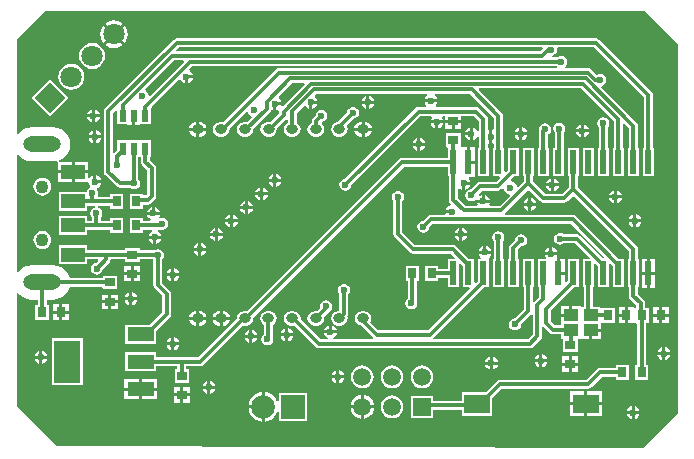
<source format=gtl>
G04*
G04 #@! TF.GenerationSoftware,Altium Limited,Altium Designer,19.1.5 (86)*
G04*
G04 Layer_Physical_Order=1*
G04 Layer_Color=255*
%FSLAX44Y44*%
%MOMM*%
G71*
G01*
G75*
%ADD21R,0.6000X2.0000*%
%ADD27R,2.0000X1.2000*%
%ADD35O,3.2000X1.3000*%
%ADD36C,1.1000*%
%ADD38R,0.8000X0.8500*%
%ADD39R,0.8500X0.8000*%
%ADD40R,0.7000X0.8500*%
%ADD41R,2.1800X1.6000*%
%ADD42R,2.2352X1.2192*%
%ADD43R,2.2000X3.6000*%
%ADD44R,1.2000X1.0000*%
%ADD45R,0.6000X1.0000*%
%ADD46O,1.0000X0.8000*%
%ADD47R,0.8500X0.7000*%
%ADD48C,0.3500*%
%ADD49P,2.5456X4X90.0*%
%ADD50C,1.8000*%
%ADD51C,2.0000*%
%ADD52R,2.0000X2.0000*%
%ADD53C,1.5000*%
%ADD54R,1.5000X1.5000*%
%ADD55C,0.6000*%
G36*
X566000Y348000D02*
Y36000D01*
X536000Y6000D01*
X40000Y8000D01*
X6000Y42000D01*
X6000D01*
Y137137D01*
X7270Y137569D01*
X8529Y135928D01*
X11558Y133604D01*
X15085Y132143D01*
X18870Y131645D01*
X23892D01*
Y127200D01*
X21560D01*
Y114700D01*
X33560D01*
Y127200D01*
X31538D01*
Y131645D01*
X36870D01*
X40655Y132143D01*
X44183Y133604D01*
X47211Y135928D01*
X49536Y138957D01*
X50994Y142479D01*
X77941Y142517D01*
X78840Y141619D01*
Y140850D01*
X91340D01*
Y151850D01*
X78840D01*
Y150165D01*
X50968Y150126D01*
X49536Y153582D01*
X47211Y156611D01*
X44183Y158936D01*
X40655Y160397D01*
X36870Y160895D01*
X18870D01*
X15085Y160397D01*
X11558Y158936D01*
X8529Y156611D01*
X7270Y154971D01*
X6000Y155402D01*
Y254137D01*
X7270Y254569D01*
X8529Y252929D01*
X11558Y250604D01*
X15085Y249143D01*
X18870Y248645D01*
X36870D01*
X39358Y248972D01*
X40538Y248963D01*
X41318Y248067D01*
X41330Y248048D01*
X41330Y247334D01*
Y241040D01*
X52600D01*
Y248310D01*
X42491Y248310D01*
X42363D01*
X41958Y248334D01*
X41710Y249580D01*
X44183Y250604D01*
X47211Y252929D01*
X49536Y255958D01*
X50997Y259485D01*
X51495Y263270D01*
X50997Y267055D01*
X49536Y270583D01*
X47211Y273612D01*
X44183Y275936D01*
X40655Y277397D01*
X36870Y277895D01*
X18870D01*
X15085Y277397D01*
X11558Y275936D01*
X8529Y273612D01*
X7270Y271971D01*
X6000Y272402D01*
Y352000D01*
X30000Y376000D01*
X538000D01*
X566000Y348000D01*
D02*
G37*
%LPC*%
G36*
X88385Y368024D02*
X85372Y367628D01*
X82565Y366465D01*
X81171Y365395D01*
X88385Y358181D01*
X95599Y365395D01*
X94205Y366465D01*
X91397Y367628D01*
X88385Y368024D01*
D02*
G37*
G36*
X97395Y363599D02*
X90181Y356385D01*
X97395Y349171D01*
X98465Y350565D01*
X99628Y353372D01*
X100024Y356385D01*
X99628Y359397D01*
X98465Y362205D01*
X97395Y363599D01*
D02*
G37*
G36*
X79375Y363599D02*
X78305Y362205D01*
X77142Y359397D01*
X76745Y356385D01*
X77142Y353372D01*
X78305Y350565D01*
X79375Y349171D01*
X86589Y356385D01*
X79375Y363599D01*
D02*
G37*
G36*
X88385Y354589D02*
X81171Y347375D01*
X82565Y346305D01*
X85372Y345142D01*
X88385Y344745D01*
X91397Y345142D01*
X94205Y346305D01*
X95599Y347375D01*
X88385Y354589D01*
D02*
G37*
G36*
X70000Y349095D02*
X67128Y348717D01*
X64453Y347608D01*
X62155Y345845D01*
X60392Y343547D01*
X59283Y340872D01*
X58905Y338000D01*
X59283Y335128D01*
X60392Y332453D01*
X62155Y330155D01*
X64453Y328391D01*
X67128Y327283D01*
X70000Y326905D01*
X72872Y327283D01*
X75547Y328391D01*
X77845Y330155D01*
X79608Y332453D01*
X80717Y335128D01*
X81095Y338000D01*
X80717Y340872D01*
X79608Y343547D01*
X77845Y345845D01*
X75547Y347608D01*
X72872Y348717D01*
X70000Y349095D01*
D02*
G37*
G36*
X155256Y319070D02*
X151130D01*
Y314944D01*
X152022Y315121D01*
X153854Y316346D01*
X155079Y318178D01*
X155256Y319070D01*
D02*
G37*
G36*
X52322Y331417D02*
X49451Y331039D01*
X46775Y329931D01*
X44477Y328168D01*
X42714Y325870D01*
X41606Y323194D01*
X41227Y320322D01*
X41606Y317451D01*
X42714Y314775D01*
X44477Y312477D01*
X46775Y310714D01*
X49451Y309606D01*
X52322Y309227D01*
X55194Y309606D01*
X57870Y310714D01*
X60168Y312477D01*
X61931Y314775D01*
X63039Y317451D01*
X63417Y320322D01*
X63039Y323194D01*
X61931Y325870D01*
X60168Y328168D01*
X57870Y329931D01*
X55194Y331039D01*
X52322Y331417D01*
D02*
G37*
G36*
X304800Y304146D02*
Y300020D01*
X308926D01*
X308749Y300912D01*
X307524Y302744D01*
X305692Y303969D01*
X304800Y304146D01*
D02*
G37*
G36*
X302260D02*
X301368Y303969D01*
X299536Y302744D01*
X298311Y300912D01*
X298134Y300020D01*
X302260D01*
Y304146D01*
D02*
G37*
G36*
X308926Y297480D02*
X304800D01*
Y293354D01*
X305692Y293531D01*
X307524Y294756D01*
X308749Y296588D01*
X308926Y297480D01*
D02*
G37*
G36*
X302260D02*
X298134D01*
X298311Y296588D01*
X299536Y294756D01*
X301368Y293531D01*
X302260Y293354D01*
Y297480D01*
D02*
G37*
G36*
X260666D02*
X256540D01*
Y293354D01*
X257432Y293531D01*
X259264Y294756D01*
X260489Y296588D01*
X260666Y297480D01*
D02*
G37*
G36*
X72390Y292716D02*
Y288590D01*
X76516D01*
X76339Y289482D01*
X75114Y291314D01*
X73282Y292539D01*
X72390Y292716D01*
D02*
G37*
G36*
X69850D02*
X68958Y292539D01*
X67126Y291314D01*
X65901Y289482D01*
X65724Y288590D01*
X69850D01*
Y292716D01*
D02*
G37*
G36*
X34645Y318201D02*
X19088Y302645D01*
X34645Y287088D01*
X50201Y302645D01*
X34645Y318201D01*
D02*
G37*
G36*
X76516Y286050D02*
X72390D01*
Y281924D01*
X73282Y282101D01*
X75114Y283326D01*
X76339Y285158D01*
X76516Y286050D01*
D02*
G37*
G36*
X69850D02*
X65724D01*
X65901Y285158D01*
X67126Y283326D01*
X68958Y282101D01*
X69850Y281924D01*
Y286050D01*
D02*
G37*
G36*
X300660Y282451D02*
Y277160D01*
X306819D01*
X306762Y277597D01*
X306103Y279188D01*
X305054Y280554D01*
X303688Y281603D01*
X302097Y282262D01*
X300660Y282451D01*
D02*
G37*
G36*
X160660D02*
Y277160D01*
X166819D01*
X166762Y277597D01*
X166103Y279188D01*
X165054Y280554D01*
X163688Y281603D01*
X162097Y282262D01*
X160660Y282451D01*
D02*
G37*
G36*
X298120D02*
X296683Y282262D01*
X295092Y281603D01*
X293726Y280554D01*
X292677Y279188D01*
X292018Y277597D01*
X291961Y277160D01*
X298120D01*
Y282451D01*
D02*
G37*
G36*
X158120D02*
X156683Y282262D01*
X155092Y281603D01*
X153726Y280554D01*
X152677Y279188D01*
X152018Y277597D01*
X151961Y277160D01*
X158120D01*
Y282451D01*
D02*
G37*
G36*
X367346Y280970D02*
X363220D01*
Y276844D01*
X364112Y277021D01*
X365944Y278246D01*
X367169Y280078D01*
X367346Y280970D01*
D02*
G37*
G36*
X360680D02*
X356554D01*
X356731Y280078D01*
X357956Y278246D01*
X359788Y277021D01*
X360680Y276844D01*
Y280970D01*
D02*
G37*
G36*
X382710Y281350D02*
X377190D01*
Y276080D01*
X382710D01*
Y281350D01*
D02*
G37*
G36*
X374650D02*
X369130D01*
Y276080D01*
X374650D01*
Y281350D01*
D02*
G37*
G36*
X486410Y280016D02*
Y275890D01*
X490536D01*
X490359Y276782D01*
X489134Y278614D01*
X487302Y279839D01*
X486410Y280016D01*
D02*
G37*
G36*
X483870D02*
X482978Y279839D01*
X481146Y278614D01*
X479921Y276782D01*
X479744Y275890D01*
X483870D01*
Y280016D01*
D02*
G37*
G36*
X362266Y298750D02*
X351474D01*
X351651Y297858D01*
X352876Y296026D01*
X352969Y295963D01*
X352584Y294694D01*
X346450D01*
X344987Y294402D01*
X343746Y293574D01*
X284094Y233921D01*
X282529Y233610D01*
X280875Y232505D01*
X279770Y230851D01*
X279382Y228900D01*
X279770Y226949D01*
X280875Y225295D01*
X282529Y224190D01*
X284480Y223802D01*
X286431Y224190D01*
X288085Y225295D01*
X289190Y226949D01*
X289501Y228514D01*
X348034Y287047D01*
X357060D01*
X357650Y285777D01*
X356731Y284402D01*
X356554Y283510D01*
X367346D01*
X367169Y284402D01*
X366250Y285777D01*
X366840Y287047D01*
X369130D01*
Y283890D01*
X375920D01*
X382710D01*
Y287047D01*
X393646D01*
X397497Y283196D01*
Y274680D01*
X397324Y274613D01*
X396227Y274469D01*
X395154Y276074D01*
X393322Y277299D01*
X392430Y277476D01*
Y272080D01*
Y266684D01*
X393322Y266861D01*
X395154Y268086D01*
X396227Y269691D01*
X397324Y269547D01*
X397497Y269480D01*
Y259960D01*
X396320D01*
Y235960D01*
X406320D01*
Y259960D01*
X405143D01*
Y263154D01*
X406400Y264131D01*
Y269540D01*
Y274949D01*
X405143Y275926D01*
Y284780D01*
X404852Y286243D01*
X404024Y287484D01*
X397934Y293574D01*
X396693Y294402D01*
X395230Y294694D01*
X361156D01*
X360771Y295963D01*
X360864Y296026D01*
X362089Y297858D01*
X362266Y298750D01*
D02*
G37*
G36*
X434340Y277476D02*
Y273350D01*
X438466D01*
X438289Y274242D01*
X437064Y276074D01*
X435232Y277299D01*
X434340Y277476D01*
D02*
G37*
G36*
X431800D02*
X430908Y277299D01*
X429076Y276074D01*
X427851Y274242D01*
X427674Y273350D01*
X431800D01*
Y277476D01*
D02*
G37*
G36*
X389890D02*
X388998Y277299D01*
X387166Y276074D01*
X385941Y274242D01*
X385764Y273350D01*
X389890D01*
Y277476D01*
D02*
G37*
G36*
X73660Y274936D02*
Y270810D01*
X77786D01*
X77609Y271702D01*
X76384Y273534D01*
X74552Y274759D01*
X73660Y274936D01*
D02*
G37*
G36*
X71120D02*
X70228Y274759D01*
X68396Y273534D01*
X67171Y271702D01*
X66994Y270810D01*
X71120D01*
Y274936D01*
D02*
G37*
G36*
X290830Y294958D02*
X288879Y294570D01*
X287225Y293465D01*
X286120Y291811D01*
X285809Y290246D01*
X278069Y282506D01*
X277636Y281857D01*
X276049Y281542D01*
X274064Y280216D01*
X272738Y278231D01*
X272272Y275890D01*
X272738Y273549D01*
X274064Y271564D01*
X276049Y270238D01*
X278390Y269772D01*
X280390D01*
X282731Y270238D01*
X284716Y271564D01*
X286042Y273549D01*
X286508Y275890D01*
X286042Y278231D01*
X285468Y279090D01*
X291216Y284839D01*
X292781Y285150D01*
X294435Y286255D01*
X295540Y287909D01*
X295928Y289860D01*
X295540Y291811D01*
X294435Y293465D01*
X292781Y294570D01*
X290830Y294958D01*
D02*
G37*
G36*
X264160Y292418D02*
X262209Y292030D01*
X260555Y290925D01*
X259450Y289271D01*
X259139Y287706D01*
X257166Y285734D01*
X256338Y284493D01*
X256047Y283030D01*
Y281540D01*
X254064Y280216D01*
X252738Y278231D01*
X252272Y275890D01*
X252738Y273549D01*
X254064Y271564D01*
X256049Y270238D01*
X258390Y269772D01*
X260390D01*
X262731Y270238D01*
X264716Y271564D01*
X266042Y273549D01*
X266507Y275890D01*
X266042Y278231D01*
X264716Y280216D01*
X264361Y280453D01*
X264235Y281987D01*
X264546Y282299D01*
X266111Y282610D01*
X267765Y283715D01*
X268870Y285369D01*
X269258Y287320D01*
X268870Y289271D01*
X267765Y290925D01*
X266111Y292030D01*
X264160Y292418D01*
D02*
G37*
G36*
X306819Y274620D02*
X300660D01*
Y269329D01*
X302097Y269518D01*
X303688Y270177D01*
X305054Y271226D01*
X306103Y272592D01*
X306762Y274183D01*
X306819Y274620D01*
D02*
G37*
G36*
X166819D02*
X160660D01*
Y269329D01*
X162097Y269518D01*
X163688Y270177D01*
X165054Y271226D01*
X166103Y272592D01*
X166762Y274183D01*
X166819Y274620D01*
D02*
G37*
G36*
X298120D02*
X291961D01*
X292018Y274183D01*
X292677Y272592D01*
X293726Y271226D01*
X295092Y270177D01*
X296683Y269518D01*
X298120Y269329D01*
Y274620D01*
D02*
G37*
G36*
X158120D02*
X151961D01*
X152018Y274183D01*
X152677Y272592D01*
X153726Y271226D01*
X155092Y270177D01*
X156683Y269518D01*
X158120Y269329D01*
Y274620D01*
D02*
G37*
G36*
X490536Y273350D02*
X486410D01*
Y269224D01*
X487302Y269401D01*
X489134Y270626D01*
X490359Y272458D01*
X490536Y273350D01*
D02*
G37*
G36*
X483870D02*
X479744D01*
X479921Y272458D01*
X481146Y270626D01*
X482978Y269401D01*
X483870Y269224D01*
Y273350D01*
D02*
G37*
G36*
X438466Y270810D02*
X434340D01*
Y266684D01*
X435232Y266861D01*
X437064Y268086D01*
X438289Y269918D01*
X438466Y270810D01*
D02*
G37*
G36*
X431800D02*
X427674D01*
X427851Y269918D01*
X429076Y268086D01*
X430908Y266861D01*
X431800Y266684D01*
Y270810D01*
D02*
G37*
G36*
X389890D02*
X385764D01*
X385941Y269918D01*
X387166Y268086D01*
X388998Y266861D01*
X389890Y266684D01*
Y270810D01*
D02*
G37*
G36*
X347980Y268586D02*
Y264460D01*
X352106D01*
X351929Y265352D01*
X350704Y267184D01*
X348872Y268409D01*
X347980Y268586D01*
D02*
G37*
G36*
X345440D02*
X344548Y268409D01*
X342716Y267184D01*
X341491Y265352D01*
X341314Y264460D01*
X345440D01*
Y268586D01*
D02*
G37*
G36*
X77786Y268270D02*
X73660D01*
Y264144D01*
X74552Y264321D01*
X76384Y265546D01*
X77609Y267378D01*
X77786Y268270D01*
D02*
G37*
G36*
X71120D02*
X66994D01*
X67171Y267378D01*
X68396Y265546D01*
X70228Y264321D01*
X71120Y264144D01*
Y268270D01*
D02*
G37*
G36*
X352106Y261920D02*
X347980D01*
Y257794D01*
X348872Y257971D01*
X350704Y259196D01*
X351929Y261028D01*
X352106Y261920D01*
D02*
G37*
G36*
X345440D02*
X341314D01*
X341491Y261028D01*
X342716Y259196D01*
X344548Y257971D01*
X345440Y257794D01*
Y261920D01*
D02*
G37*
G36*
X389890Y260500D02*
Y249230D01*
X394160D01*
Y260500D01*
X389890D01*
D02*
G37*
G36*
X55140Y248310D02*
Y241040D01*
X66410D01*
Y248310D01*
X55140D01*
D02*
G37*
G36*
X496671Y353023D02*
X141997D01*
X140534Y352732D01*
X139294Y351904D01*
X81116Y293726D01*
X80288Y292486D01*
X79997Y291023D01*
Y239760D01*
X80288Y238297D01*
X81116Y237056D01*
X90706Y227466D01*
X91947Y226638D01*
X93410Y226347D01*
X102132D01*
X103459Y225460D01*
X105410Y225072D01*
X107361Y225460D01*
X109015Y226565D01*
X110120Y228219D01*
X110508Y230170D01*
X110120Y232121D01*
X109233Y233448D01*
Y252600D01*
X111087D01*
Y248610D01*
X111378Y247147D01*
X112206Y245906D01*
X116827Y241286D01*
Y221118D01*
X115552Y219843D01*
X112810D01*
Y221020D01*
X101810D01*
Y208520D01*
X112810D01*
Y212197D01*
X117135D01*
X118598Y212488D01*
X119839Y213316D01*
X123354Y216831D01*
X124182Y218071D01*
X124473Y219535D01*
Y242870D01*
X124182Y244333D01*
X123354Y245574D01*
X118733Y250194D01*
Y252600D01*
X119910D01*
Y266600D01*
X90910D01*
Y258007D01*
X88913Y256011D01*
X88204Y256150D01*
X87643Y256484D01*
Y289439D01*
X89737Y291532D01*
X90910Y291046D01*
Y280100D01*
X99870D01*
Y279560D01*
X104140D01*
Y287100D01*
X106680D01*
Y279560D01*
X110950D01*
Y280100D01*
X119910D01*
Y294100D01*
X119910Y294100D01*
X119910D01*
X120513Y295106D01*
X143468Y318061D01*
X144938Y317735D01*
X145866Y316346D01*
X147698Y315121D01*
X148590Y314944D01*
Y320340D01*
X149860D01*
Y321610D01*
X155256D01*
X155079Y322502D01*
X153854Y324334D01*
X152465Y325262D01*
X152139Y326732D01*
X154624Y329217D01*
X463211D01*
X463406Y328963D01*
X462781Y327693D01*
X228370D01*
X226907Y327402D01*
X225666Y326574D01*
X180982Y281890D01*
X180390Y282008D01*
X178390D01*
X176049Y281542D01*
X174064Y280216D01*
X172738Y278231D01*
X172272Y275890D01*
X172738Y273549D01*
X174064Y271564D01*
X176049Y270238D01*
X178390Y269772D01*
X180390D01*
X182731Y270238D01*
X184716Y271564D01*
X186042Y273549D01*
X186508Y275890D01*
X186390Y276483D01*
X200566Y290659D01*
X201609Y290342D01*
X201852Y290148D01*
X203016Y288406D01*
X204627Y287330D01*
X205040Y285947D01*
X200982Y281890D01*
X200390Y282008D01*
X198390D01*
X196049Y281542D01*
X194064Y280216D01*
X192738Y278231D01*
X192272Y275890D01*
X192738Y273549D01*
X194064Y271564D01*
X196049Y270238D01*
X198390Y269772D01*
X200390D01*
X202731Y270238D01*
X204716Y271564D01*
X206042Y273549D01*
X206507Y275890D01*
X206390Y276483D01*
X220415Y290508D01*
X221244Y291749D01*
X221812Y292120D01*
X222294Y292319D01*
X222641Y292259D01*
X223520Y292084D01*
Y297480D01*
X224790D01*
Y298750D01*
X230186D01*
X230009Y299642D01*
X228784Y301474D01*
X228016Y301988D01*
X227854Y303623D01*
X239528Y315296D01*
X249547D01*
X250033Y314123D01*
X231322Y295412D01*
X230152Y296038D01*
X230186Y296210D01*
X226060D01*
Y292084D01*
X226952Y292261D01*
X227364Y292537D01*
X228505Y291772D01*
X228317Y290823D01*
Y289224D01*
X220982Y281890D01*
X220390Y282008D01*
X218390D01*
X216049Y281542D01*
X214064Y280216D01*
X212738Y278231D01*
X212272Y275890D01*
X212738Y273549D01*
X214064Y271564D01*
X216049Y270238D01*
X218390Y269772D01*
X220390D01*
X222731Y270238D01*
X224716Y271564D01*
X226042Y273549D01*
X226507Y275890D01*
X226390Y276483D01*
X234297Y284389D01*
X235567Y283863D01*
Y281220D01*
X234064Y280216D01*
X232738Y278231D01*
X232272Y275890D01*
X232738Y273549D01*
X234064Y271564D01*
X236049Y270238D01*
X238390Y269772D01*
X240390D01*
X242731Y270238D01*
X244716Y271564D01*
X246042Y273549D01*
X246507Y275890D01*
X246042Y278231D01*
X244716Y280216D01*
X243213Y281220D01*
Y289772D01*
X249127Y295686D01*
X250762Y295524D01*
X251276Y294756D01*
X253108Y293531D01*
X254000Y293354D01*
Y298750D01*
X255270D01*
Y300020D01*
X260666D01*
X260489Y300912D01*
X259264Y302744D01*
X258496Y303258D01*
X258335Y304893D01*
X259238Y305797D01*
X353257D01*
X353643Y304527D01*
X352876Y304014D01*
X351651Y302182D01*
X351474Y301290D01*
X362266D01*
X362089Y302182D01*
X360864Y304014D01*
X360097Y304527D01*
X360482Y305797D01*
X390136D01*
X410197Y285736D01*
Y275926D01*
X408940Y274949D01*
Y269540D01*
Y264131D01*
X410197Y263154D01*
Y259960D01*
X409020D01*
Y235960D01*
X414654D01*
X415140Y234787D01*
X411806Y231453D01*
X398780D01*
X397317Y231162D01*
X396076Y230334D01*
X390774Y225031D01*
X389209Y224720D01*
X387555Y223615D01*
X386450Y221961D01*
X386062Y220010D01*
X386450Y218059D01*
X387555Y216405D01*
X389209Y215300D01*
X391160Y214912D01*
X393111Y215300D01*
X394655Y216332D01*
X395071Y216204D01*
X395077Y216200D01*
X400050D01*
Y220326D01*
X399158Y220149D01*
X398438Y219667D01*
X397042Y220262D01*
X397008Y220451D01*
X400364Y223807D01*
X413390D01*
X414853Y224098D01*
X416094Y224926D01*
X417287Y226120D01*
X418663Y225700D01*
X418961Y224198D01*
X420186Y222366D01*
X422018Y221141D01*
X422994Y220947D01*
X423412Y219569D01*
X414976Y211133D01*
X406793D01*
X406194Y212253D01*
X406539Y212768D01*
X406716Y213660D01*
X395924D01*
X396101Y212768D01*
X396446Y212253D01*
X395847Y211133D01*
X386394D01*
X379743Y217784D01*
Y225669D01*
X381013Y226044D01*
X382648Y224951D01*
X383540Y224774D01*
Y230170D01*
X384810D01*
Y231440D01*
X390206D01*
X390029Y232332D01*
X388804Y234164D01*
X389211Y235420D01*
X394160D01*
Y246690D01*
X388620D01*
Y247960D01*
X387350D01*
Y260500D01*
X384040D01*
X383506Y260500D01*
X383405Y260504D01*
X383235Y260515D01*
X383044Y260534D01*
X382199Y261341D01*
X382172Y261794D01*
X382170Y261853D01*
Y272620D01*
X369670D01*
Y260620D01*
X369923D01*
X370920Y259960D01*
Y251783D01*
X332460D01*
X330997Y251492D01*
X329756Y250664D01*
X200982Y121890D01*
X200390Y122008D01*
X198390D01*
X196049Y121542D01*
X194064Y120216D01*
X192738Y118231D01*
X192272Y115890D01*
X192390Y115297D01*
X159956Y82863D01*
X124174D01*
Y87136D01*
X97822D01*
Y70944D01*
X124174D01*
Y75217D01*
X142227D01*
Y73100D01*
X139800D01*
Y61100D01*
X152300D01*
Y73100D01*
X149873D01*
Y75217D01*
X161540D01*
X163003Y75508D01*
X164244Y76336D01*
X197798Y109890D01*
X198390Y109772D01*
X200390D01*
X202731Y110238D01*
X204716Y111564D01*
X206042Y113549D01*
X206507Y115890D01*
X206390Y116482D01*
X334044Y244137D01*
X370920D01*
Y235960D01*
X372097D01*
Y216200D01*
X372388Y214737D01*
X373216Y213496D01*
X373882Y212831D01*
X373464Y211453D01*
X372488Y211259D01*
X370656Y210034D01*
X369431Y208202D01*
X369254Y207310D01*
X374650D01*
Y204770D01*
X369241D01*
X368264Y203513D01*
X356870D01*
X355407Y203222D01*
X354166Y202394D01*
X350134Y198361D01*
X348569Y198050D01*
X346915Y196945D01*
X345810Y195291D01*
X345422Y193340D01*
X345810Y191389D01*
X346915Y189735D01*
X348569Y188630D01*
X350520Y188242D01*
X352471Y188630D01*
X354125Y189735D01*
X355230Y191389D01*
X355541Y192954D01*
X358454Y195867D01*
X475306D01*
X503008Y168165D01*
X502590Y166787D01*
X502515Y166772D01*
X483404Y185884D01*
X482163Y186712D01*
X480700Y187003D01*
X469368D01*
X468041Y187890D01*
X466090Y188278D01*
X464139Y187890D01*
X462485Y186785D01*
X461380Y185131D01*
X460992Y183180D01*
X461380Y181229D01*
X462485Y179575D01*
X464139Y178470D01*
X466090Y178082D01*
X468041Y178470D01*
X469368Y179357D01*
X479116D01*
X491339Y167133D01*
X490854Y165960D01*
X485220D01*
Y141960D01*
X486397D01*
Y125560D01*
X484956D01*
X483910Y126100D01*
X483910Y126100D01*
X483910Y126100D01*
X476640D01*
Y118560D01*
X475370D01*
Y117290D01*
X466830D01*
Y111020D01*
X465911Y110173D01*
X461954D01*
X458483Y113644D01*
Y122516D01*
X477927Y141960D01*
X482520D01*
Y165960D01*
X472520D01*
Y147367D01*
X471533Y146381D01*
X470360Y146867D01*
Y152690D01*
X464820D01*
Y153960D01*
X463550D01*
Y167006D01*
X463222Y167620D01*
X463689Y168318D01*
X463866Y169210D01*
X453074D01*
X453251Y168318D01*
X453979Y167230D01*
X453300Y165960D01*
X447120D01*
Y141960D01*
X448297D01*
Y133397D01*
X444513Y129614D01*
X443804Y129754D01*
X443243Y130087D01*
Y141960D01*
X444420D01*
Y165960D01*
X434420D01*
Y141960D01*
X435597D01*
Y123804D01*
X427604Y115811D01*
X426039Y115500D01*
X424385Y114395D01*
X423280Y112741D01*
X422892Y110790D01*
X423280Y108839D01*
X424385Y107185D01*
X426039Y106080D01*
X427990Y105692D01*
X429941Y106080D01*
X431595Y107185D01*
X432700Y108839D01*
X433011Y110404D01*
X441947Y119339D01*
X442656Y119199D01*
X443217Y118866D01*
Y102214D01*
X438976Y97973D01*
X359419D01*
X359021Y99042D01*
X359011Y99243D01*
X401727Y141960D01*
X406320D01*
Y165960D01*
X406182D01*
X405797Y167230D01*
X406584Y167756D01*
X407809Y169588D01*
X407986Y170480D01*
X397194D01*
X397371Y169588D01*
X398596Y167756D01*
X399383Y167230D01*
X398998Y165960D01*
X396320D01*
Y147367D01*
X394793Y145840D01*
X393620Y146327D01*
Y165960D01*
X389027D01*
X377994Y176994D01*
X376753Y177822D01*
X375290Y178113D01*
X343214D01*
X332753Y188574D01*
Y215462D01*
X333640Y216789D01*
X334028Y218740D01*
X333640Y220691D01*
X332535Y222345D01*
X330881Y223450D01*
X328930Y223838D01*
X326979Y223450D01*
X325325Y222345D01*
X324220Y220691D01*
X323832Y218740D01*
X324220Y216789D01*
X325107Y215462D01*
Y186990D01*
X325398Y185527D01*
X326226Y184286D01*
X338926Y171586D01*
X340167Y170758D01*
X341630Y170467D01*
X373706D01*
X377039Y167133D01*
X376553Y165960D01*
X370920D01*
Y157793D01*
X363000D01*
Y160220D01*
X352000D01*
Y147720D01*
X363000D01*
Y150147D01*
X370920D01*
Y141960D01*
X380920D01*
Y161593D01*
X382093Y162080D01*
X383620Y160553D01*
Y141960D01*
X389254D01*
X389739Y140787D01*
X354676Y105723D01*
X312438D01*
X305469Y112692D01*
X306042Y113549D01*
X306507Y115890D01*
X306042Y118231D01*
X304716Y120216D01*
X302731Y121542D01*
X300390Y122008D01*
X298390D01*
X296049Y121542D01*
X294064Y120216D01*
X292738Y118231D01*
X292272Y115890D01*
X292738Y113549D01*
X294064Y111564D01*
X296049Y110238D01*
X297373Y109975D01*
X308104Y99243D01*
X308094Y99042D01*
X307696Y97973D01*
X274177D01*
X273942Y99221D01*
X275774Y100446D01*
X276999Y102278D01*
X277176Y103170D01*
X266384D01*
X266561Y102278D01*
X267786Y100446D01*
X269618Y99221D01*
X269383Y97973D01*
X263714D01*
X246390Y115297D01*
X246507Y115890D01*
X246042Y118231D01*
X244716Y120216D01*
X242731Y121542D01*
X240390Y122008D01*
X238390D01*
X236049Y121542D01*
X234064Y120216D01*
X232738Y118231D01*
X232272Y115890D01*
X232738Y113549D01*
X234064Y111564D01*
X236049Y110238D01*
X238390Y109772D01*
X240390D01*
X240982Y109890D01*
X259426Y91446D01*
X260667Y90618D01*
X262130Y90326D01*
X440560D01*
X442023Y90618D01*
X443264Y91446D01*
X449744Y97926D01*
X450572Y99167D01*
X450863Y100630D01*
Y108706D01*
X451424Y109039D01*
X452133Y109179D01*
X457666Y103646D01*
X458907Y102818D01*
X460370Y102527D01*
X467370D01*
Y98560D01*
X468730D01*
Y87010D01*
X481230D01*
Y98560D01*
X482784D01*
X483830Y98020D01*
X483830Y98020D01*
X483830Y98020D01*
X491100D01*
Y105560D01*
X492370D01*
Y106830D01*
X500910D01*
Y112160D01*
X512350D01*
Y124660D01*
X500370D01*
Y125560D01*
X494043D01*
Y141960D01*
X495220D01*
Y161593D01*
X496393Y162080D01*
X497920Y160553D01*
Y141960D01*
X507920D01*
Y161593D01*
X509093Y162080D01*
X510620Y160553D01*
Y141960D01*
X520620D01*
Y165960D01*
X516027D01*
X479594Y202394D01*
X478353Y203222D01*
X476890Y203513D01*
X419914D01*
X419580Y204074D01*
X419441Y204783D01*
X439420Y224763D01*
X449416Y214766D01*
X450657Y213938D01*
X452120Y213647D01*
X469900D01*
X471363Y213938D01*
X472604Y214766D01*
X477520Y219683D01*
X524497Y172706D01*
Y165960D01*
X523320D01*
Y141960D01*
X524497D01*
Y134920D01*
X524788Y133457D01*
X525616Y132216D01*
X530737Y127096D01*
Y125531D01*
X529467Y124902D01*
X528890Y125200D01*
X528514Y125200D01*
X523620D01*
Y118410D01*
Y111620D01*
X528514D01*
X528890Y111620D01*
X529936Y112160D01*
X530709Y112160D01*
X531607Y111262D01*
Y76400D01*
X529800D01*
Y63900D01*
X540800D01*
Y76400D01*
X539253D01*
Y112160D01*
X541560D01*
Y124660D01*
X538383D01*
Y128680D01*
X538092Y130143D01*
X537263Y131384D01*
X532143Y136504D01*
Y141960D01*
X533320D01*
Y165960D01*
X532143D01*
Y174290D01*
X531852Y175753D01*
X531024Y176994D01*
X481343Y226674D01*
Y235960D01*
X482520D01*
Y259960D01*
X472520D01*
Y235960D01*
X473697D01*
Y226674D01*
X468316Y221293D01*
X453704D01*
X443243Y231754D01*
Y235960D01*
X444420D01*
Y259960D01*
X434420D01*
Y235960D01*
X435597D01*
Y231754D01*
X430971Y227128D01*
X429593Y227546D01*
X429399Y228522D01*
X428174Y230354D01*
X426342Y231579D01*
X424840Y231877D01*
X424420Y233253D01*
X427127Y235960D01*
X431720D01*
Y259960D01*
X421720D01*
Y241367D01*
X420193Y239841D01*
X419020Y240326D01*
Y259960D01*
X417843D01*
Y287320D01*
X417552Y288783D01*
X416724Y290024D01*
X397374Y309373D01*
X397860Y310546D01*
X484271D01*
X511797Y283021D01*
Y259960D01*
X510620D01*
Y235960D01*
X520620D01*
Y259960D01*
X519443D01*
Y280433D01*
X520617Y280919D01*
X524497Y277039D01*
Y259960D01*
X523320D01*
Y235960D01*
X533320D01*
Y259960D01*
X532143D01*
Y278622D01*
X531852Y280086D01*
X531024Y281326D01*
X500849Y311500D01*
X501267Y312878D01*
X502331Y313090D01*
X503985Y314195D01*
X505090Y315849D01*
X505478Y317800D01*
X505090Y319751D01*
X503985Y321405D01*
X502331Y322510D01*
X500380Y322898D01*
X498429Y322510D01*
X497307Y321760D01*
X492494Y326574D01*
X491253Y327402D01*
X489790Y327693D01*
X470644D01*
X470259Y328963D01*
X470965Y329435D01*
X472070Y331089D01*
X472458Y333040D01*
X472070Y334991D01*
X470965Y336645D01*
X469311Y337750D01*
X467360Y338138D01*
X465409Y337750D01*
X464082Y336863D01*
X459463D01*
X459337Y336980D01*
X459724Y338351D01*
X460421Y338490D01*
X462075Y339595D01*
X463180Y341249D01*
X463568Y343200D01*
X463388Y344107D01*
X464430Y345377D01*
X495087D01*
X537197Y303267D01*
Y259960D01*
X536020D01*
Y235960D01*
X546020D01*
Y259960D01*
X544843D01*
Y304851D01*
X544552Y306314D01*
X543724Y307554D01*
X499374Y351904D01*
X498134Y352732D01*
X496671Y353023D01*
D02*
G37*
G36*
X502920Y286068D02*
X500969Y285680D01*
X499315Y284575D01*
X498210Y282921D01*
X497822Y280970D01*
X498210Y279019D01*
X499097Y277692D01*
Y259960D01*
X497920D01*
Y235960D01*
X507920D01*
Y259960D01*
X506743D01*
Y277692D01*
X507630Y279019D01*
X508018Y280970D01*
X507630Y282921D01*
X506525Y284575D01*
X504871Y285680D01*
X502920Y286068D01*
D02*
G37*
G36*
X495220Y259960D02*
X485220D01*
Y235960D01*
X495220D01*
Y259960D01*
D02*
G37*
G36*
X465455Y281623D02*
X463504Y281235D01*
X461850Y280130D01*
X460745Y278476D01*
X460357Y276525D01*
X460745Y274574D01*
X461632Y273247D01*
Y259960D01*
X459820D01*
Y249700D01*
X459727Y249230D01*
X459820Y248760D01*
Y235960D01*
X469820D01*
Y259960D01*
X469278D01*
Y273247D01*
X470165Y274574D01*
X470553Y276525D01*
X470165Y278476D01*
X469060Y280130D01*
X467406Y281235D01*
X465455Y281623D01*
D02*
G37*
G36*
X453390Y280988D02*
X451439Y280600D01*
X449785Y279495D01*
X448680Y277841D01*
X448292Y275890D01*
X448421Y275244D01*
X448297Y274620D01*
Y259960D01*
X447120D01*
Y235960D01*
X457120D01*
Y259960D01*
X455943D01*
Y271583D01*
X456995Y272285D01*
X458100Y273939D01*
X458488Y275890D01*
X458100Y277841D01*
X456995Y279495D01*
X455341Y280600D01*
X453390Y280988D01*
D02*
G37*
G36*
X226060Y238106D02*
Y233980D01*
X230186D01*
X230009Y234872D01*
X228784Y236704D01*
X226952Y237929D01*
X226060Y238106D01*
D02*
G37*
G36*
X223520D02*
X222628Y237929D01*
X220796Y236704D01*
X219571Y234872D01*
X219394Y233980D01*
X223520D01*
Y238106D01*
D02*
G37*
G36*
X73660Y236836D02*
Y232710D01*
X77786D01*
X77609Y233602D01*
X76384Y235434D01*
X74552Y236659D01*
X73660Y236836D01*
D02*
G37*
G36*
X52600Y238500D02*
X41330D01*
Y231230D01*
X52600D01*
Y238500D01*
D02*
G37*
G36*
X461010Y234296D02*
Y230170D01*
X465136D01*
X464959Y231062D01*
X463734Y232894D01*
X461902Y234119D01*
X461010Y234296D01*
D02*
G37*
G36*
X458470D02*
X457578Y234119D01*
X455746Y232894D01*
X454521Y231062D01*
X454344Y230170D01*
X458470D01*
Y234296D01*
D02*
G37*
G36*
X230186Y231440D02*
X226060D01*
Y227314D01*
X226952Y227491D01*
X228784Y228716D01*
X230009Y230548D01*
X230186Y231440D01*
D02*
G37*
G36*
X223520D02*
X219394D01*
X219571Y230548D01*
X220796Y228716D01*
X222628Y227491D01*
X223520Y227314D01*
Y231440D01*
D02*
G37*
G36*
X390206Y228900D02*
X386080D01*
Y224774D01*
X386972Y224951D01*
X388804Y226176D01*
X390029Y228008D01*
X390206Y228900D01*
D02*
G37*
G36*
X465136Y227630D02*
X461010D01*
Y223504D01*
X461902Y223681D01*
X463734Y224906D01*
X464959Y226738D01*
X465136Y227630D01*
D02*
G37*
G36*
X458470D02*
X454344D01*
X454521Y226738D01*
X455746Y224906D01*
X457578Y223681D01*
X458470Y223504D01*
Y227630D01*
D02*
G37*
G36*
X214630Y226676D02*
Y222550D01*
X218756D01*
X218579Y223442D01*
X217354Y225274D01*
X215522Y226499D01*
X214630Y226676D01*
D02*
G37*
G36*
X212090D02*
X211198Y226499D01*
X209366Y225274D01*
X208141Y223442D01*
X207964Y222550D01*
X212090D01*
Y226676D01*
D02*
G37*
G36*
X514350Y224136D02*
Y220010D01*
X518476D01*
X518299Y220902D01*
X517074Y222734D01*
X515242Y223959D01*
X514350Y224136D01*
D02*
G37*
G36*
X511810D02*
X510918Y223959D01*
X509086Y222734D01*
X507861Y220902D01*
X507684Y220010D01*
X511810D01*
Y224136D01*
D02*
G37*
G36*
X27870Y234835D02*
X25912Y234577D01*
X24088Y233821D01*
X22521Y232619D01*
X21319Y231052D01*
X20563Y229228D01*
X20305Y227270D01*
X20563Y225312D01*
X21319Y223488D01*
X22521Y221921D01*
X24088Y220719D01*
X25912Y219963D01*
X27870Y219705D01*
X29828Y219963D01*
X31652Y220719D01*
X33219Y221921D01*
X34421Y223488D01*
X35177Y225312D01*
X35435Y227270D01*
X35177Y229228D01*
X34421Y231052D01*
X33219Y232619D01*
X31652Y233821D01*
X29828Y234577D01*
X27870Y234835D01*
D02*
G37*
G36*
X402590Y220326D02*
Y216200D01*
X406716D01*
X406539Y217092D01*
X405314Y218924D01*
X403482Y220149D01*
X402590Y220326D01*
D02*
G37*
G36*
X218756Y220010D02*
X214630D01*
Y215884D01*
X215522Y216061D01*
X217354Y217286D01*
X218579Y219118D01*
X218756Y220010D01*
D02*
G37*
G36*
X212090D02*
X207964D01*
X208141Y219118D01*
X209366Y217286D01*
X211198Y216061D01*
X212090Y215884D01*
Y220010D01*
D02*
G37*
G36*
X441960Y217786D02*
Y213660D01*
X446086D01*
X445909Y214552D01*
X444684Y216384D01*
X442852Y217609D01*
X441960Y217786D01*
D02*
G37*
G36*
X439420D02*
X438528Y217609D01*
X436696Y216384D01*
X435471Y214552D01*
X435294Y213660D01*
X439420D01*
Y217786D01*
D02*
G37*
G36*
X518476Y217470D02*
X514350D01*
Y213344D01*
X515242Y213521D01*
X517074Y214746D01*
X518299Y216578D01*
X518476Y217470D01*
D02*
G37*
G36*
X511810D02*
X507684D01*
X507861Y216578D01*
X509086Y214746D01*
X510918Y213521D01*
X511810Y213344D01*
Y217470D01*
D02*
G37*
G36*
X201930Y215246D02*
Y211120D01*
X206056D01*
X205879Y212012D01*
X204654Y213844D01*
X202822Y215069D01*
X201930Y215246D01*
D02*
G37*
G36*
X199390D02*
X198498Y215069D01*
X196666Y213844D01*
X195441Y212012D01*
X195264Y211120D01*
X199390D01*
Y215246D01*
D02*
G37*
G36*
X66410Y238500D02*
X55140D01*
Y231230D01*
X65503D01*
X66410Y231230D01*
X66988Y230200D01*
X67171Y229278D01*
X68026Y228000D01*
X68044Y226972D01*
X67653Y226445D01*
X66395Y225605D01*
X65290Y223951D01*
X65055Y222770D01*
X41870D01*
Y206770D01*
X65870D01*
Y210947D01*
X72573D01*
X72698Y209676D01*
X71709Y209480D01*
X70055Y208375D01*
X68950Y206721D01*
X68562Y204770D01*
X68950Y202819D01*
X69837Y201492D01*
Y198513D01*
X65870D01*
Y202770D01*
X41870D01*
Y186770D01*
X65870D01*
Y190867D01*
X85310D01*
Y188360D01*
X96310D01*
Y200860D01*
X85310D01*
Y198513D01*
X77483D01*
Y201492D01*
X78370Y202819D01*
X78758Y204770D01*
X78370Y206721D01*
X77265Y208375D01*
X75611Y209480D01*
X74622Y209676D01*
X74747Y210947D01*
X85310D01*
Y208520D01*
X96310D01*
Y221020D01*
X85310D01*
Y218593D01*
X75265D01*
X74586Y219863D01*
X74710Y220049D01*
X75098Y222000D01*
X74710Y223951D01*
X74116Y224840D01*
X74525Y226136D01*
X74668Y226299D01*
X76384Y227446D01*
X77609Y229278D01*
X77786Y230170D01*
X72390D01*
Y231440D01*
X71120D01*
Y236836D01*
X70228Y236659D01*
X68396Y235434D01*
X67680Y234363D01*
X66410Y234748D01*
Y238500D01*
D02*
G37*
G36*
X446086Y211120D02*
X441960D01*
Y206994D01*
X442852Y207171D01*
X444684Y208396D01*
X445909Y210228D01*
X446086Y211120D01*
D02*
G37*
G36*
X439420D02*
X435294D01*
X435471Y210228D01*
X436696Y208396D01*
X438528Y207171D01*
X439420Y206994D01*
Y211120D01*
D02*
G37*
G36*
X123190Y210166D02*
Y206040D01*
X127316D01*
X127139Y206932D01*
X125914Y208764D01*
X124082Y209989D01*
X123190Y210166D01*
D02*
G37*
G36*
X120650D02*
X119758Y209989D01*
X117926Y208764D01*
X116701Y206932D01*
X116524Y206040D01*
X120650D01*
Y210166D01*
D02*
G37*
G36*
X206056Y208580D02*
X201930D01*
Y204454D01*
X202822Y204631D01*
X204654Y205856D01*
X205879Y207688D01*
X206056Y208580D01*
D02*
G37*
G36*
X199390D02*
X195264D01*
X195441Y207688D01*
X196666Y205856D01*
X198498Y204631D01*
X199390Y204454D01*
Y208580D01*
D02*
G37*
G36*
X530860Y203816D02*
Y199690D01*
X534986D01*
X534809Y200582D01*
X533584Y202414D01*
X531752Y203639D01*
X530860Y203816D01*
D02*
G37*
G36*
X528320D02*
X527428Y203639D01*
X525596Y202414D01*
X524371Y200582D01*
X524194Y199690D01*
X528320D01*
Y203816D01*
D02*
G37*
G36*
X189230D02*
Y199690D01*
X193356D01*
X193179Y200582D01*
X191954Y202414D01*
X190122Y203639D01*
X189230Y203816D01*
D02*
G37*
G36*
X186690D02*
X185798Y203639D01*
X183966Y202414D01*
X182741Y200582D01*
X182564Y199690D01*
X186690D01*
Y203816D01*
D02*
G37*
G36*
X127316Y203500D02*
X116524D01*
X116701Y202608D01*
X117926Y200776D01*
X119531Y199703D01*
X119387Y198606D01*
X119320Y198433D01*
X112810D01*
Y200860D01*
X101810D01*
Y188360D01*
X112810D01*
Y190787D01*
X120590D01*
X120657Y190614D01*
X120801Y189517D01*
X119196Y188444D01*
X117971Y186612D01*
X117794Y185720D01*
X128586D01*
X128409Y186612D01*
X127184Y188444D01*
X125579Y189517D01*
X125723Y190614D01*
X125790Y190787D01*
X128270D01*
X128894Y190911D01*
X129540Y190782D01*
X131491Y191170D01*
X133145Y192275D01*
X134250Y193929D01*
X134638Y195880D01*
X134250Y197831D01*
X133145Y199485D01*
X131491Y200590D01*
X129540Y200978D01*
X127589Y200590D01*
X127098Y200262D01*
X126182Y201177D01*
X127139Y202608D01*
X127316Y203500D01*
D02*
G37*
G36*
X534986Y197150D02*
X530860D01*
Y193024D01*
X531752Y193201D01*
X533584Y194426D01*
X534809Y196258D01*
X534986Y197150D01*
D02*
G37*
G36*
X528320D02*
X524194D01*
X524371Y196258D01*
X525596Y194426D01*
X527428Y193201D01*
X528320Y193024D01*
Y197150D01*
D02*
G37*
G36*
X193356D02*
X189230D01*
Y193024D01*
X190122Y193201D01*
X191954Y194426D01*
X193179Y196258D01*
X193356Y197150D01*
D02*
G37*
G36*
X186690D02*
X182564D01*
X182741Y196258D01*
X183966Y194426D01*
X185798Y193201D01*
X186690Y193024D01*
Y197150D01*
D02*
G37*
G36*
X383540Y192386D02*
Y188260D01*
X387666D01*
X387489Y189152D01*
X386264Y190984D01*
X384432Y192209D01*
X383540Y192386D01*
D02*
G37*
G36*
X381000D02*
X380108Y192209D01*
X378276Y190984D01*
X377051Y189152D01*
X376874Y188260D01*
X381000D01*
Y192386D01*
D02*
G37*
G36*
X176530D02*
Y188260D01*
X180656D01*
X180479Y189152D01*
X179254Y190984D01*
X177422Y192209D01*
X176530Y192386D01*
D02*
G37*
G36*
X173990D02*
X173098Y192209D01*
X171266Y190984D01*
X170041Y189152D01*
X169864Y188260D01*
X173990D01*
Y192386D01*
D02*
G37*
G36*
X387666Y185720D02*
X383540D01*
Y181594D01*
X384432Y181771D01*
X386264Y182996D01*
X387489Y184828D01*
X387666Y185720D01*
D02*
G37*
G36*
X381000D02*
X376874D01*
X377051Y184828D01*
X378276Y182996D01*
X380108Y181771D01*
X381000Y181594D01*
Y185720D01*
D02*
G37*
G36*
X180656D02*
X176530D01*
Y181594D01*
X177422Y181771D01*
X179254Y182996D01*
X180479Y184828D01*
X180656Y185720D01*
D02*
G37*
G36*
X173990D02*
X169864D01*
X170041Y184828D01*
X171266Y182996D01*
X173098Y181771D01*
X173990Y181594D01*
Y185720D01*
D02*
G37*
G36*
X128586Y183180D02*
X124460D01*
Y179054D01*
X125352Y179231D01*
X127184Y180456D01*
X128409Y182288D01*
X128586Y183180D01*
D02*
G37*
G36*
X121920D02*
X117794D01*
X117971Y182288D01*
X119196Y180456D01*
X121028Y179231D01*
X121920Y179054D01*
Y183180D01*
D02*
G37*
G36*
X162560Y179686D02*
Y175560D01*
X166686D01*
X166509Y176452D01*
X165284Y178284D01*
X163452Y179509D01*
X162560Y179686D01*
D02*
G37*
G36*
X160020D02*
X159128Y179509D01*
X157296Y178284D01*
X156071Y176452D01*
X155894Y175560D01*
X160020D01*
Y179686D01*
D02*
G37*
G36*
X27870Y189835D02*
X25912Y189577D01*
X24088Y188821D01*
X22521Y187619D01*
X21319Y186052D01*
X20563Y184228D01*
X20305Y182270D01*
X20563Y180312D01*
X21319Y178488D01*
X22521Y176921D01*
X24088Y175719D01*
X25912Y174963D01*
X27870Y174705D01*
X29828Y174963D01*
X31652Y175719D01*
X33219Y176921D01*
X34421Y178488D01*
X35177Y180312D01*
X35435Y182270D01*
X35177Y184228D01*
X34421Y186052D01*
X33219Y187619D01*
X31652Y188821D01*
X29828Y189577D01*
X27870Y189835D01*
D02*
G37*
G36*
X403860Y177146D02*
Y173020D01*
X407986D01*
X407809Y173912D01*
X406584Y175744D01*
X404752Y176969D01*
X403860Y177146D01*
D02*
G37*
G36*
X401320D02*
X400428Y176969D01*
X398596Y175744D01*
X397371Y173912D01*
X397194Y173020D01*
X401320D01*
Y177146D01*
D02*
G37*
G36*
X459740Y175876D02*
Y171750D01*
X463866D01*
X463689Y172642D01*
X462464Y174474D01*
X460632Y175699D01*
X459740Y175876D01*
D02*
G37*
G36*
X457200D02*
X456308Y175699D01*
X454476Y174474D01*
X453251Y172642D01*
X453074Y171750D01*
X457200D01*
Y175876D01*
D02*
G37*
G36*
X166686Y173020D02*
X162560D01*
Y168894D01*
X163452Y169071D01*
X165284Y170296D01*
X166509Y172128D01*
X166686Y173020D01*
D02*
G37*
G36*
X160020D02*
X155894D01*
X156071Y172128D01*
X157296Y170296D01*
X159128Y169071D01*
X160020Y168894D01*
Y173020D01*
D02*
G37*
G36*
X546560Y166500D02*
X542290D01*
Y155230D01*
X546560D01*
Y166500D01*
D02*
G37*
G36*
X470360D02*
X466090D01*
Y155230D01*
X470360D01*
Y166500D01*
D02*
G37*
G36*
X539750D02*
X535480D01*
Y155230D01*
X539750D01*
Y166500D01*
D02*
G37*
G36*
X110930Y160130D02*
X105410D01*
Y154860D01*
X110930D01*
Y160130D01*
D02*
G37*
G36*
X102870D02*
X97350D01*
Y154860D01*
X102870D01*
Y160130D01*
D02*
G37*
G36*
X139700Y158096D02*
Y153970D01*
X143826D01*
X143649Y154862D01*
X142424Y156694D01*
X140592Y157919D01*
X139700Y158096D01*
D02*
G37*
G36*
X137160D02*
X136268Y157919D01*
X134436Y156694D01*
X133211Y154862D01*
X133034Y153970D01*
X137160D01*
Y158096D01*
D02*
G37*
G36*
X143826Y151430D02*
X139700D01*
Y147304D01*
X140592Y147481D01*
X142424Y148706D01*
X143649Y150538D01*
X143826Y151430D01*
D02*
G37*
G36*
X137160D02*
X133034D01*
X133211Y150538D01*
X134436Y148706D01*
X136268Y147481D01*
X137160Y147304D01*
Y151430D01*
D02*
G37*
G36*
X110930Y152320D02*
X105410D01*
Y147050D01*
X110930D01*
Y152320D01*
D02*
G37*
G36*
X102870D02*
X97350D01*
Y147050D01*
X102870D01*
Y152320D01*
D02*
G37*
G36*
X433070Y187008D02*
X431119Y186620D01*
X429465Y185515D01*
X428360Y183861D01*
X428049Y182296D01*
X424016Y178264D01*
X423188Y177023D01*
X422897Y175560D01*
Y165960D01*
X421720D01*
Y141960D01*
X431720D01*
Y165960D01*
X430543D01*
Y173976D01*
X433456Y176889D01*
X435021Y177200D01*
X436675Y178305D01*
X437780Y179959D01*
X438168Y181910D01*
X437780Y183861D01*
X436675Y185515D01*
X435021Y186620D01*
X433070Y187008D01*
D02*
G37*
G36*
X414020Y189548D02*
X412069Y189160D01*
X410415Y188055D01*
X409310Y186401D01*
X408922Y184450D01*
X409310Y182499D01*
X410197Y181172D01*
Y165960D01*
X409020D01*
Y141960D01*
X419020D01*
Y165960D01*
X417843D01*
Y181172D01*
X418730Y182499D01*
X419118Y184450D01*
X418730Y186401D01*
X417625Y188055D01*
X415971Y189160D01*
X414020Y189548D01*
D02*
G37*
G36*
X546560Y152690D02*
X542290D01*
Y141420D01*
X546560D01*
Y152690D01*
D02*
G37*
G36*
X539750D02*
X535480D01*
Y141420D01*
X539750D01*
Y152690D01*
D02*
G37*
G36*
X104140Y137776D02*
Y133650D01*
X108266D01*
X108089Y134542D01*
X106864Y136374D01*
X105032Y137599D01*
X104140Y137776D01*
D02*
G37*
G36*
X101600D02*
X100708Y137599D01*
X98876Y136374D01*
X97651Y134542D01*
X97474Y133650D01*
X101600D01*
Y137776D01*
D02*
G37*
G36*
X91880Y135890D02*
X86360D01*
Y131120D01*
X91880D01*
Y135890D01*
D02*
G37*
G36*
X83820D02*
X78300D01*
Y131120D01*
X83820D01*
Y135890D01*
D02*
G37*
G36*
X108266Y131110D02*
X104140D01*
Y126984D01*
X105032Y127161D01*
X106864Y128386D01*
X108089Y130218D01*
X108266Y131110D01*
D02*
G37*
G36*
X101600D02*
X97474D01*
X97651Y130218D01*
X98876Y128386D01*
X100708Y127161D01*
X101600Y126984D01*
Y131110D01*
D02*
G37*
G36*
X91880Y128580D02*
X86360D01*
Y123810D01*
X91880D01*
Y128580D01*
D02*
G37*
G36*
X83820D02*
X78300D01*
Y123810D01*
X83820D01*
Y128580D01*
D02*
G37*
G36*
X346500Y160220D02*
X335500D01*
Y147720D01*
X337177D01*
Y132456D01*
X336755Y132175D01*
X335650Y130521D01*
X335262Y128570D01*
X335650Y126619D01*
X336755Y124965D01*
X338409Y123860D01*
X340360Y123472D01*
X342311Y123860D01*
X343965Y124965D01*
X345070Y126619D01*
X345458Y128570D01*
X345070Y130521D01*
X344823Y130890D01*
Y147720D01*
X346500D01*
Y160220D01*
D02*
G37*
G36*
X50100Y127740D02*
X44830D01*
Y122220D01*
X50100D01*
Y127740D01*
D02*
G37*
G36*
X42290D02*
X37020D01*
Y122220D01*
X42290D01*
Y127740D01*
D02*
G37*
G36*
X474100Y126100D02*
X466830D01*
Y119830D01*
X474100D01*
Y126100D01*
D02*
G37*
G36*
X558100Y125200D02*
X552830D01*
Y119680D01*
X558100D01*
Y125200D01*
D02*
G37*
G36*
X550290D02*
X545020D01*
Y119680D01*
X550290D01*
Y125200D01*
D02*
G37*
G36*
X521080D02*
X515810D01*
Y119680D01*
X521080D01*
Y125200D01*
D02*
G37*
G36*
X180660Y122451D02*
Y117160D01*
X186819D01*
X186762Y117597D01*
X186103Y119188D01*
X185054Y120554D01*
X183688Y121603D01*
X182097Y122262D01*
X180660Y122451D01*
D02*
G37*
G36*
X160660Y122451D02*
Y117160D01*
X166819D01*
X166762Y117597D01*
X166103Y119188D01*
X165054Y120554D01*
X163688Y121603D01*
X162097Y122262D01*
X160660Y122451D01*
D02*
G37*
G36*
X158120D02*
X156683Y122262D01*
X155092Y121603D01*
X153726Y120554D01*
X152677Y119188D01*
X152018Y117597D01*
X151961Y117160D01*
X158120D01*
Y122451D01*
D02*
G37*
G36*
X178120D02*
X176683Y122262D01*
X175092Y121603D01*
X173726Y120554D01*
X172677Y119188D01*
X172018Y117597D01*
X171961Y117160D01*
X178120D01*
Y122451D01*
D02*
G37*
G36*
X50100Y119680D02*
X44830D01*
Y114160D01*
X50100D01*
Y119680D01*
D02*
G37*
G36*
X42290D02*
X37020D01*
Y114160D01*
X42290D01*
Y119680D01*
D02*
G37*
G36*
X558100Y117140D02*
X552830D01*
Y111620D01*
X558100D01*
Y117140D01*
D02*
G37*
G36*
X550290D02*
X545020D01*
Y111620D01*
X550290D01*
Y117140D01*
D02*
G37*
G36*
X521080D02*
X515810D01*
Y111620D01*
X521080D01*
Y117140D01*
D02*
G37*
G36*
X283210Y145098D02*
X281259Y144710D01*
X279605Y143605D01*
X278500Y141951D01*
X278112Y140000D01*
X278500Y138049D01*
X279387Y136722D01*
Y122008D01*
X278390D01*
X276049Y121542D01*
X274064Y120216D01*
X272738Y118231D01*
X272272Y115890D01*
X272738Y113549D01*
X274064Y111564D01*
X276049Y110238D01*
X278390Y109772D01*
X280390D01*
X282731Y110238D01*
X284716Y111564D01*
X286042Y113549D01*
X286508Y115890D01*
X286200Y117435D01*
X286742Y118247D01*
X287033Y119710D01*
Y136722D01*
X287920Y138049D01*
X288308Y140000D01*
X287920Y141951D01*
X286815Y143605D01*
X285161Y144710D01*
X283210Y145098D01*
D02*
G37*
G36*
X267970Y131128D02*
X266019Y130740D01*
X264365Y129635D01*
X263260Y127981D01*
X262872Y126030D01*
X263111Y124827D01*
X260292Y122008D01*
X258390D01*
X256049Y121542D01*
X254064Y120216D01*
X252738Y118231D01*
X252272Y115890D01*
X252738Y113549D01*
X254064Y111564D01*
X256049Y110238D01*
X258390Y109772D01*
X260390D01*
X262731Y110238D01*
X264716Y111564D01*
X266042Y113549D01*
X266507Y115890D01*
X266255Y117157D01*
X270674Y121575D01*
X270973Y122023D01*
X271575Y122425D01*
X272680Y124079D01*
X273068Y126030D01*
X272680Y127981D01*
X271575Y129635D01*
X269921Y130740D01*
X267970Y131128D01*
D02*
G37*
G36*
X186819Y114620D02*
X180660D01*
Y109329D01*
X182097Y109518D01*
X183688Y110177D01*
X185054Y111226D01*
X186103Y112592D01*
X186762Y114183D01*
X186819Y114620D01*
D02*
G37*
G36*
X166819D02*
X160660D01*
Y109329D01*
X162097Y109518D01*
X163688Y110177D01*
X165054Y111226D01*
X166103Y112592D01*
X166762Y114183D01*
X166819Y114620D01*
D02*
G37*
G36*
X158120D02*
X151961D01*
X152018Y114183D01*
X152677Y112592D01*
X153726Y111226D01*
X155092Y110177D01*
X156683Y109518D01*
X158120Y109329D01*
Y114620D01*
D02*
G37*
G36*
X178120D02*
X171961D01*
X172018Y114183D01*
X172677Y112592D01*
X173726Y111226D01*
X175092Y110177D01*
X176683Y109518D01*
X178120Y109329D01*
Y114620D01*
D02*
G37*
G36*
X273050Y109836D02*
Y105710D01*
X277176D01*
X276999Y106602D01*
X275774Y108434D01*
X273942Y109659D01*
X273050Y109836D01*
D02*
G37*
G36*
X270510D02*
X269618Y109659D01*
X267786Y108434D01*
X266561Y106602D01*
X266384Y105710D01*
X270510D01*
Y109836D01*
D02*
G37*
G36*
X236220Y107296D02*
Y103170D01*
X240346D01*
X240169Y104062D01*
X238944Y105894D01*
X237112Y107119D01*
X236220Y107296D01*
D02*
G37*
G36*
X233680D02*
X232788Y107119D01*
X230956Y105894D01*
X229731Y104062D01*
X229554Y103170D01*
X233680D01*
Y107296D01*
D02*
G37*
G36*
X205740Y106026D02*
Y101900D01*
X209866D01*
X209689Y102792D01*
X208464Y104624D01*
X206632Y105849D01*
X205740Y106026D01*
D02*
G37*
G36*
X203200D02*
X202308Y105849D01*
X200476Y104624D01*
X199251Y102792D01*
X199074Y101900D01*
X203200D01*
Y106026D01*
D02*
G37*
G36*
X500910Y104290D02*
X493640D01*
Y98020D01*
X500910D01*
Y104290D01*
D02*
G37*
G36*
X240346Y100630D02*
X236220D01*
Y96504D01*
X237112Y96681D01*
X238944Y97906D01*
X240169Y99738D01*
X240346Y100630D01*
D02*
G37*
G36*
X233680D02*
X229554D01*
X229731Y99738D01*
X230956Y97906D01*
X232788Y96681D01*
X233680Y96504D01*
Y100630D01*
D02*
G37*
G36*
X139700Y99676D02*
Y95550D01*
X143826D01*
X143649Y96442D01*
X142424Y98274D01*
X140592Y99499D01*
X139700Y99676D01*
D02*
G37*
G36*
X137160D02*
X136268Y99499D01*
X134436Y98274D01*
X133211Y96442D01*
X133034Y95550D01*
X137160D01*
Y99676D01*
D02*
G37*
G36*
X209866Y99360D02*
X205740D01*
Y95234D01*
X206632Y95411D01*
X208464Y96636D01*
X209689Y98468D01*
X209866Y99360D01*
D02*
G37*
G36*
X203200D02*
X199074D01*
X199251Y98468D01*
X200476Y96636D01*
X202308Y95411D01*
X203200Y95234D01*
Y99360D01*
D02*
G37*
G36*
X65870Y177770D02*
X41870D01*
Y161770D01*
X65870D01*
Y165947D01*
X74880D01*
X75366Y164773D01*
X73614Y163021D01*
X72049Y162710D01*
X70395Y161605D01*
X69290Y159951D01*
X68902Y158000D01*
X69290Y156049D01*
X70395Y154395D01*
X72049Y153290D01*
X74000Y152902D01*
X75951Y153290D01*
X77605Y154395D01*
X78710Y156049D01*
X79021Y157614D01*
X84704Y163296D01*
X85532Y164537D01*
X85813Y165947D01*
X97890D01*
Y163590D01*
X110390D01*
Y165947D01*
X121897D01*
X121907Y165932D01*
Y143810D01*
X122198Y142347D01*
X123026Y141106D01*
X129527Y134606D01*
Y121010D01*
X118767Y110250D01*
X97822D01*
Y94058D01*
X124174D01*
Y104843D01*
X136054Y116722D01*
X136882Y117963D01*
X137173Y119426D01*
Y136190D01*
X136882Y137653D01*
X136054Y138894D01*
X129553Y145394D01*
Y165932D01*
X130440Y167259D01*
X130828Y169210D01*
X130440Y171161D01*
X129335Y172815D01*
X127681Y173920D01*
X125730Y174308D01*
X123779Y173920D01*
X123291Y173593D01*
X110390D01*
Y175590D01*
X97890D01*
Y173593D01*
X65870D01*
Y177770D01*
D02*
G37*
G36*
X220320Y122008D02*
X218320D01*
X215979Y121542D01*
X213994Y120216D01*
X212668Y118231D01*
X212202Y115890D01*
X212668Y113549D01*
X213994Y111564D01*
X215497Y110560D01*
Y102137D01*
X214835Y101695D01*
X213730Y100041D01*
X213342Y98090D01*
X213730Y96139D01*
X214835Y94485D01*
X216489Y93380D01*
X218440Y92992D01*
X220391Y93380D01*
X222045Y94485D01*
X223150Y96139D01*
X223538Y98090D01*
X223150Y100041D01*
X223143Y100050D01*
Y110560D01*
X224646Y111564D01*
X225972Y113549D01*
X226437Y115890D01*
X225972Y118231D01*
X224646Y120216D01*
X222661Y121542D01*
X220320Y122008D01*
D02*
G37*
G36*
X143826Y93010D02*
X139700D01*
Y88884D01*
X140592Y89061D01*
X142424Y90286D01*
X143649Y92118D01*
X143826Y93010D01*
D02*
G37*
G36*
X137160D02*
X133034D01*
X133211Y92118D01*
X134436Y90286D01*
X136268Y89061D01*
X137160Y88884D01*
Y93010D01*
D02*
G37*
G36*
X555270Y91396D02*
Y87270D01*
X559396D01*
X559219Y88162D01*
X557994Y89994D01*
X556162Y91219D01*
X555270Y91396D01*
D02*
G37*
G36*
X552730D02*
X551838Y91219D01*
X550006Y89994D01*
X548782Y88162D01*
X548604Y87270D01*
X552730D01*
Y91396D01*
D02*
G37*
G36*
X27940Y88246D02*
Y84120D01*
X32066D01*
X31889Y85012D01*
X30664Y86844D01*
X28832Y88069D01*
X27940Y88246D01*
D02*
G37*
G36*
X25400D02*
X24508Y88069D01*
X22676Y86844D01*
X21451Y85012D01*
X21274Y84120D01*
X25400D01*
Y88246D01*
D02*
G37*
G36*
X451270Y85396D02*
Y81270D01*
X455396D01*
X455219Y82162D01*
X453994Y83994D01*
X452162Y85218D01*
X451270Y85396D01*
D02*
G37*
G36*
X448730D02*
X447838Y85218D01*
X446006Y83994D01*
X444781Y82162D01*
X444604Y81270D01*
X448730D01*
Y85396D01*
D02*
G37*
G36*
X559396Y84730D02*
X555270D01*
Y80604D01*
X556162Y80781D01*
X557994Y82006D01*
X559219Y83838D01*
X559396Y84730D01*
D02*
G37*
G36*
X552730D02*
X548604D01*
X548782Y83838D01*
X550006Y82006D01*
X551838Y80781D01*
X552730Y80604D01*
Y84730D01*
D02*
G37*
G36*
X409270Y83396D02*
Y79270D01*
X413396D01*
X413219Y80162D01*
X411994Y81994D01*
X410162Y83219D01*
X409270Y83396D01*
D02*
G37*
G36*
X406730D02*
X405838Y83219D01*
X404006Y81994D01*
X402781Y80162D01*
X402604Y79270D01*
X406730D01*
Y83396D01*
D02*
G37*
G36*
X481770Y83550D02*
X476250D01*
Y78280D01*
X481770D01*
Y83550D01*
D02*
G37*
G36*
X473710D02*
X468190D01*
Y78280D01*
X473710D01*
Y83550D01*
D02*
G37*
G36*
X32066Y81580D02*
X27940D01*
Y77454D01*
X28832Y77631D01*
X30664Y78856D01*
X31889Y80688D01*
X32066Y81580D01*
D02*
G37*
G36*
X25400D02*
X21274D01*
X21451Y80688D01*
X22676Y78856D01*
X24508Y77631D01*
X25400Y77454D01*
Y81580D01*
D02*
G37*
G36*
X455396Y78730D02*
X451270D01*
Y74604D01*
X452162Y74781D01*
X453994Y76006D01*
X455219Y77838D01*
X455396Y78730D01*
D02*
G37*
G36*
X448730D02*
X444604D01*
X444781Y77838D01*
X446006Y76006D01*
X447838Y74781D01*
X448730Y74604D01*
Y78730D01*
D02*
G37*
G36*
X413396Y76730D02*
X409270D01*
Y72604D01*
X410162Y72781D01*
X411994Y74006D01*
X413219Y75838D01*
X413396Y76730D01*
D02*
G37*
G36*
X406730D02*
X402604D01*
X402781Y75838D01*
X404006Y74006D01*
X405838Y72781D01*
X406730Y72604D01*
Y76730D01*
D02*
G37*
G36*
X481770Y75740D02*
X476250D01*
Y70470D01*
X481770D01*
Y75740D01*
D02*
G37*
G36*
X473710D02*
X468190D01*
Y70470D01*
X473710D01*
Y75740D01*
D02*
G37*
G36*
X279400Y71736D02*
Y67610D01*
X283526D01*
X283349Y68502D01*
X282124Y70334D01*
X280292Y71559D01*
X279400Y71736D01*
D02*
G37*
G36*
X276860D02*
X275968Y71559D01*
X274136Y70334D01*
X272911Y68502D01*
X272734Y67610D01*
X276860D01*
Y71736D01*
D02*
G37*
G36*
X524300Y76400D02*
X513300D01*
Y73973D01*
X500380D01*
X498917Y73682D01*
X497676Y72854D01*
X488636Y63813D01*
X415370D01*
X413907Y63522D01*
X412666Y62694D01*
X403453Y53480D01*
X383060D01*
Y46033D01*
X358750D01*
Y50440D01*
X339750D01*
Y31440D01*
X358750D01*
Y38387D01*
X383060D01*
Y33480D01*
X408860D01*
Y48073D01*
X416954Y56167D01*
X490220D01*
X491683Y56458D01*
X492924Y57286D01*
X501964Y66327D01*
X513300D01*
Y63900D01*
X524300D01*
Y76400D01*
D02*
G37*
G36*
X283526Y65070D02*
X279400D01*
Y60944D01*
X280292Y61121D01*
X282124Y62346D01*
X283349Y64178D01*
X283526Y65070D01*
D02*
G37*
G36*
X276860D02*
X272734D01*
X272911Y64178D01*
X274136Y62346D01*
X275968Y61121D01*
X276860Y60944D01*
Y65070D01*
D02*
G37*
G36*
X62020Y99040D02*
X36020D01*
Y59040D01*
X62020D01*
Y99040D01*
D02*
G37*
G36*
X170180Y62846D02*
Y58720D01*
X174306D01*
X174129Y59612D01*
X172904Y61444D01*
X171072Y62669D01*
X170180Y62846D01*
D02*
G37*
G36*
X167640D02*
X166748Y62669D01*
X164916Y61444D01*
X163691Y59612D01*
X163514Y58720D01*
X167640D01*
Y62846D01*
D02*
G37*
G36*
X124714Y64562D02*
X112268D01*
Y57196D01*
X124714D01*
Y64562D01*
D02*
G37*
G36*
X109728D02*
X97282D01*
Y57196D01*
X109728D01*
Y64562D01*
D02*
G37*
G36*
X349250Y75922D02*
X346770Y75595D01*
X344459Y74638D01*
X342475Y73115D01*
X340952Y71131D01*
X339995Y68820D01*
X339668Y66340D01*
X339995Y63860D01*
X340952Y61549D01*
X342475Y59564D01*
X344459Y58042D01*
X346770Y57084D01*
X349250Y56758D01*
X351730Y57084D01*
X354041Y58042D01*
X356025Y59564D01*
X357548Y61549D01*
X358506Y63860D01*
X358832Y66340D01*
X358506Y68820D01*
X357548Y71131D01*
X356025Y73115D01*
X354041Y74638D01*
X351730Y75595D01*
X349250Y75922D01*
D02*
G37*
G36*
X323850D02*
X321370Y75595D01*
X319059Y74638D01*
X317075Y73115D01*
X315552Y71131D01*
X314594Y68820D01*
X314268Y66340D01*
X314594Y63860D01*
X315552Y61549D01*
X317075Y59564D01*
X319059Y58042D01*
X321370Y57084D01*
X323850Y56758D01*
X326330Y57084D01*
X328641Y58042D01*
X330625Y59564D01*
X332148Y61549D01*
X333106Y63860D01*
X333432Y66340D01*
X333106Y68820D01*
X332148Y71131D01*
X330625Y73115D01*
X328641Y74638D01*
X326330Y75595D01*
X323850Y75922D01*
D02*
G37*
G36*
X298750D02*
X296270Y75595D01*
X293959Y74638D01*
X291975Y73115D01*
X290452Y71131D01*
X289494Y68820D01*
X289168Y66340D01*
X289494Y63860D01*
X290452Y61549D01*
X291975Y59564D01*
X293959Y58042D01*
X296270Y57084D01*
X298750Y56758D01*
X301230Y57084D01*
X303541Y58042D01*
X305525Y59564D01*
X307048Y61549D01*
X308006Y63860D01*
X308332Y66340D01*
X308006Y68820D01*
X307048Y71131D01*
X305525Y73115D01*
X303541Y74638D01*
X301230Y75595D01*
X298750Y75922D01*
D02*
G37*
G36*
X152840Y57640D02*
X147320D01*
Y52370D01*
X152840D01*
Y57640D01*
D02*
G37*
G36*
X144780D02*
X139260D01*
Y52370D01*
X144780D01*
Y57640D01*
D02*
G37*
G36*
X174306Y56180D02*
X170180D01*
Y52054D01*
X171072Y52231D01*
X172904Y53456D01*
X174129Y55288D01*
X174306Y56180D01*
D02*
G37*
G36*
X167640D02*
X163514D01*
X163691Y55288D01*
X164916Y53456D01*
X166748Y52231D01*
X167640Y52054D01*
Y56180D01*
D02*
G37*
G36*
X124714Y54656D02*
X112268D01*
Y47290D01*
X124714D01*
Y54656D01*
D02*
G37*
G36*
X109728D02*
X97282D01*
Y47290D01*
X109728D01*
Y54656D01*
D02*
G37*
G36*
X501400Y54020D02*
X489230D01*
Y44750D01*
X501400D01*
Y54020D01*
D02*
G37*
G36*
X486690D02*
X474520D01*
Y44750D01*
X486690D01*
Y54020D01*
D02*
G37*
G36*
X152840Y49830D02*
X147320D01*
Y44560D01*
X152840D01*
Y49830D01*
D02*
G37*
G36*
X144780D02*
X139260D01*
Y44560D01*
X144780D01*
Y49830D01*
D02*
G37*
G36*
X213760Y53421D02*
X211756Y53157D01*
X208706Y51894D01*
X206086Y49884D01*
X204076Y47264D01*
X202813Y44214D01*
X202549Y42210D01*
X213760D01*
Y53421D01*
D02*
G37*
G36*
X300020Y50899D02*
Y42210D01*
X308709D01*
X308532Y43561D01*
X307520Y46003D01*
X305911Y48101D01*
X303813Y49710D01*
X301371Y50722D01*
X300020Y50899D01*
D02*
G37*
G36*
X297480D02*
X296129Y50722D01*
X293687Y49710D01*
X291589Y48101D01*
X289980Y46003D01*
X288968Y43561D01*
X288791Y42210D01*
X297480D01*
Y50899D01*
D02*
G37*
G36*
X529270Y41396D02*
Y37270D01*
X533396D01*
X533219Y38162D01*
X531994Y39994D01*
X530162Y41219D01*
X529270Y41396D01*
D02*
G37*
G36*
X526730D02*
X525838Y41219D01*
X524006Y39994D01*
X522781Y38162D01*
X522604Y37270D01*
X526730D01*
Y41396D01*
D02*
G37*
G36*
X501400Y42210D02*
X489230D01*
Y32940D01*
X501400D01*
Y42210D01*
D02*
G37*
G36*
X486690D02*
X474520D01*
Y32940D01*
X486690D01*
Y42210D01*
D02*
G37*
G36*
X323850Y50522D02*
X321370Y50195D01*
X319059Y49238D01*
X317075Y47715D01*
X315552Y45731D01*
X314594Y43420D01*
X314268Y40940D01*
X314594Y38460D01*
X315552Y36149D01*
X317075Y34165D01*
X319059Y32642D01*
X321370Y31685D01*
X323850Y31358D01*
X326330Y31685D01*
X328641Y32642D01*
X330625Y34165D01*
X332148Y36149D01*
X333106Y38460D01*
X333432Y40940D01*
X333106Y43420D01*
X332148Y45731D01*
X330625Y47715D01*
X328641Y49238D01*
X326330Y50195D01*
X323850Y50522D01*
D02*
G37*
G36*
X308709Y39670D02*
X300020D01*
Y30981D01*
X301371Y31158D01*
X303813Y32170D01*
X305911Y33779D01*
X307520Y35877D01*
X308532Y38319D01*
X308709Y39670D01*
D02*
G37*
G36*
X297480D02*
X288791D01*
X288968Y38319D01*
X289980Y35877D01*
X291589Y33779D01*
X293687Y32170D01*
X296129Y31158D01*
X297480Y30981D01*
Y39670D01*
D02*
G37*
G36*
X533396Y34730D02*
X529270D01*
Y30604D01*
X530162Y30781D01*
X531994Y32006D01*
X533219Y33838D01*
X533396Y34730D01*
D02*
G37*
G36*
X526730D02*
X522604D01*
X522781Y33838D01*
X524006Y32006D01*
X525838Y30781D01*
X526730Y30604D01*
Y34730D01*
D02*
G37*
G36*
X216300Y53421D02*
Y40940D01*
Y28459D01*
X218304Y28723D01*
X221354Y29986D01*
X223974Y31996D01*
X225984Y34616D01*
X226760Y36490D01*
X228030Y36237D01*
Y28940D01*
X252030D01*
Y52940D01*
X228030D01*
Y45642D01*
X226760Y45390D01*
X225984Y47264D01*
X223974Y49884D01*
X221354Y51894D01*
X218304Y53157D01*
X216300Y53421D01*
D02*
G37*
G36*
X213760Y39670D02*
X202549D01*
X202813Y37666D01*
X204076Y34616D01*
X206086Y31996D01*
X208706Y29986D01*
X211756Y28723D01*
X213760Y28459D01*
Y39670D01*
D02*
G37*
%LPD*%
G36*
X451526Y344203D02*
X449266Y341943D01*
X141807D01*
X141321Y343117D01*
X143581Y345377D01*
X451040D01*
X451526Y344203D01*
D02*
G37*
G36*
X147716Y333123D02*
X118885Y304292D01*
X117507Y304711D01*
X117219Y306162D01*
X115994Y307994D01*
X115226Y308508D01*
X115064Y310143D01*
X139218Y334297D01*
X147230D01*
X147716Y333123D01*
D02*
G37*
D21*
X375920Y247960D02*
D03*
X388620D02*
D03*
X401320D02*
D03*
X414020D02*
D03*
X426720D02*
D03*
X439420D02*
D03*
X452120D02*
D03*
X464820D02*
D03*
X477520D02*
D03*
X490220D02*
D03*
X502920D02*
D03*
X515620D02*
D03*
X528320D02*
D03*
X541020D02*
D03*
Y153960D02*
D03*
X528320D02*
D03*
X515620D02*
D03*
X502920D02*
D03*
X490220D02*
D03*
X477520D02*
D03*
X464820D02*
D03*
X452120D02*
D03*
X439420D02*
D03*
X426720D02*
D03*
X414020D02*
D03*
X401320D02*
D03*
X388620D02*
D03*
X375920D02*
D03*
D27*
X53870Y239770D02*
D03*
Y214770D02*
D03*
Y194770D02*
D03*
Y169770D02*
D03*
D35*
X27870Y263270D02*
D03*
Y146270D02*
D03*
D36*
Y227270D02*
D03*
Y182270D02*
D03*
D38*
X43560Y120950D02*
D03*
X27560D02*
D03*
X506350Y118410D02*
D03*
X522350D02*
D03*
X551560D02*
D03*
X535560D02*
D03*
D39*
X146050Y51100D02*
D03*
Y67100D02*
D03*
X474980Y93010D02*
D03*
Y77010D02*
D03*
X104140Y169590D02*
D03*
Y153590D02*
D03*
X375920Y282620D02*
D03*
Y266620D02*
D03*
D40*
X518800Y70150D02*
D03*
X535300D02*
D03*
X357500Y153970D02*
D03*
X341000D02*
D03*
X107310Y194610D02*
D03*
X90810D02*
D03*
X107310Y214770D02*
D03*
X90810D02*
D03*
D41*
X395960Y43480D02*
D03*
X487960D02*
D03*
D42*
X110998Y55926D02*
D03*
Y79040D02*
D03*
Y102154D02*
D03*
D43*
X49020Y79040D02*
D03*
D44*
X475370Y118560D02*
D03*
X492370D02*
D03*
Y105560D02*
D03*
X475370D02*
D03*
D45*
X114910Y287100D02*
D03*
X105410D02*
D03*
X95910D02*
D03*
Y259600D02*
D03*
X105410D02*
D03*
X114910D02*
D03*
D46*
X159390Y115890D02*
D03*
X179390D02*
D03*
X199390D02*
D03*
X219320D02*
D03*
X239390D02*
D03*
X259390D02*
D03*
X279390D02*
D03*
X299390D02*
D03*
Y275890D02*
D03*
X279390D02*
D03*
X259390D02*
D03*
X239390D02*
D03*
X219390D02*
D03*
X199390D02*
D03*
X179390D02*
D03*
X159390D02*
D03*
D47*
X85090Y146350D02*
D03*
Y129850D02*
D03*
D48*
X70000Y214770D02*
X90810D01*
X53870D02*
X70000D01*
Y222000D01*
X74000Y194690D02*
X90810D01*
X53950D02*
X74000D01*
X73660Y195030D02*
X74000Y194690D01*
X73660Y195030D02*
Y204770D01*
X90810Y194610D02*
Y194690D01*
X82000Y169770D02*
X125170D01*
X53870D02*
X82000D01*
Y166000D02*
Y169770D01*
X74000Y158000D02*
X82000Y166000D01*
X83820Y239760D02*
Y291023D01*
X153040Y333040D02*
X467360D01*
X114910Y294910D02*
X153040Y333040D01*
X228370Y323870D02*
X489790D01*
X180390Y275890D02*
X228370Y323870D01*
X489790D02*
X495860Y317800D01*
X237945Y319120D02*
X487822D01*
X528320Y278622D01*
X217712Y298887D02*
X237945Y319120D01*
X217712Y293212D02*
Y298887D01*
X255687Y314370D02*
X485855D01*
X515620Y284605D01*
X232140Y290823D02*
X255687Y314370D01*
X232140Y287640D02*
Y290823D01*
X257655Y309620D02*
X391720D01*
X239390Y291355D02*
X257655Y309620D01*
X239390Y275890D02*
Y291355D01*
X496671Y349200D02*
X541020Y304851D01*
X141997Y349200D02*
X496671D01*
X83820Y291023D02*
X141997Y349200D01*
X391720Y309620D02*
X414020Y287320D01*
X137635Y338120D02*
X450850D01*
X95910Y296395D02*
X137635Y338120D01*
X95910Y287100D02*
Y296395D01*
X463550Y249230D02*
X465455Y251135D01*
X114910Y287100D02*
Y294910D01*
X280773Y279803D02*
X290830Y289860D01*
X280773Y276814D02*
Y279803D01*
X259870Y283030D02*
X264160Y287320D01*
X259870Y276370D02*
Y283030D01*
X259581Y115890D02*
X267970Y124279D01*
Y126030D01*
X83820Y239760D02*
X93410Y230170D01*
X105410D01*
X465455Y251135D02*
Y276525D01*
X452120Y247960D02*
Y274620D01*
X453390Y275890D01*
X463550Y249230D02*
X464820Y247960D01*
X455930Y343200D02*
X458470D01*
X450850Y338120D02*
X455930Y343200D01*
X515620Y247960D02*
Y284605D01*
X528320Y247960D02*
Y278622D01*
X495860Y317800D02*
X500380D01*
X91440Y253130D02*
X95910Y257600D01*
X91440Y245410D02*
Y253130D01*
X105410Y230170D02*
Y259600D01*
X125170Y169770D02*
X125730Y169210D01*
Y143810D02*
X133350Y136190D01*
X125730Y143810D02*
Y169210D01*
X133350Y119426D02*
Y136190D01*
X116078Y102154D02*
X133350Y119426D01*
X350520Y42210D02*
X397590D01*
X340360Y128570D02*
X341000Y129210D01*
Y153970D01*
X328930Y186990D02*
X341630Y174290D01*
X328930Y186990D02*
Y218740D01*
X341630Y174290D02*
X375290D01*
X388620Y160960D01*
Y153960D02*
Y160960D01*
X259390Y115890D02*
X259581D01*
X391160Y220010D02*
X398780Y227630D01*
X413390D01*
X426720Y240960D01*
X535430Y70280D02*
Y118540D01*
X384810Y207310D02*
X416560D01*
X375920Y216200D02*
X384810Y207310D01*
X375920Y216200D02*
Y247960D01*
X416560Y207310D02*
X439420Y230170D01*
X426720Y240960D02*
Y247960D01*
X541020D02*
Y304851D01*
X477520Y225090D02*
X528320Y174290D01*
Y153960D02*
Y174290D01*
X415370Y59990D02*
X490220D01*
X397590Y42210D02*
X415370Y59990D01*
X490220D02*
X500380Y70150D01*
X518800D01*
X534560Y119410D02*
X535430Y118540D01*
X535300Y70150D02*
X535430Y70280D01*
X357500Y153970D02*
X375920D01*
Y153960D02*
Y153970D01*
X259390Y275890D02*
X259870Y276370D01*
X466090Y183180D02*
X480700D01*
X502920Y160960D01*
Y153960D02*
Y160960D01*
X218440Y98090D02*
X219320Y98970D01*
Y115890D01*
X350520Y193340D02*
X356870Y199690D01*
X476890D01*
X515620Y160960D01*
Y153960D02*
Y160960D01*
X283210Y119710D02*
Y140000D01*
X280773Y117273D02*
X283210Y119710D01*
X280773Y116814D02*
Y117273D01*
X279849Y115890D02*
X280773Y116814D01*
X279390Y115890D02*
X279849D01*
X161540Y79040D02*
X198390Y115890D01*
X146050Y79040D02*
X161540D01*
X146050Y67100D02*
X146940Y67990D01*
X198390Y115890D02*
X199390D01*
X200390D01*
X284480Y228900D02*
X346450Y290870D01*
X395230D01*
X401320Y284780D01*
Y247960D02*
Y284780D01*
X375920Y247960D02*
Y266620D01*
X528320Y134920D02*
Y153960D01*
Y134920D02*
X534560Y128680D01*
Y119410D02*
Y128680D01*
X179390Y275890D02*
X180390D01*
X200390D02*
X217712Y293212D01*
X439420Y230170D02*
X452120Y217470D01*
X469900D01*
X477520Y225090D01*
Y247960D01*
X439420Y230170D02*
Y247960D01*
X279849Y275890D02*
X280773Y276814D01*
X279390Y275890D02*
X279849D01*
X332460Y247960D02*
X375920D01*
X200390Y115890D02*
X332460Y247960D01*
X388620Y146960D02*
Y153960D01*
X299849Y112906D02*
Y115890D01*
Y112906D02*
X310855Y101900D01*
X299390Y115890D02*
X299849D01*
X310855Y101900D02*
X356260D01*
X401320Y146960D01*
Y153960D01*
X414020D02*
Y184450D01*
X426720Y175560D02*
X433070Y181910D01*
X426720Y153960D02*
Y175560D01*
X439420Y122220D02*
Y153960D01*
X427990Y110790D02*
X439420Y122220D01*
X440560Y94150D02*
X447040Y100630D01*
X262130Y94150D02*
X440560D01*
X240390Y115890D02*
X262130Y94150D01*
X239390Y115890D02*
X240390D01*
X447040Y100630D02*
Y126733D01*
X452120Y131813D01*
Y153960D01*
X110998Y79040D02*
X146050D01*
Y67100D02*
Y79040D01*
X110870Y102282D02*
X110998Y102154D01*
X27715Y146115D02*
X27870Y146270D01*
X27715Y121105D02*
Y146115D01*
X27560Y120950D02*
X27715Y121105D01*
X502920Y247960D02*
Y280970D01*
X199390Y275890D02*
X200390D01*
X414020Y247960D02*
Y287320D01*
X220390Y275890D02*
X232140Y287640D01*
X219390Y275890D02*
X220390D01*
X349250Y40940D02*
X350520Y42210D01*
X474190Y106350D02*
X475175Y105365D01*
X454660Y112060D02*
X460370Y106350D01*
X474190D01*
X454660Y112060D02*
Y124100D01*
X477520Y146960D01*
Y153960D01*
X490220Y120560D02*
Y153960D01*
Y120560D02*
X492220Y118560D01*
X492370D01*
X474980Y93010D02*
X475175Y93205D01*
Y105365D01*
X506275Y118485D02*
X506350Y118410D01*
X492445Y118485D02*
X506275D01*
X492370Y118560D02*
X492445Y118485D01*
X95910Y257600D02*
Y259600D01*
X128270Y194610D02*
X129540Y195880D01*
X107310Y194610D02*
X128270D01*
X110998Y102154D02*
X116078D01*
X114910Y248610D02*
X120650Y242870D01*
X114910Y248610D02*
Y259600D01*
X120650Y219535D02*
Y242870D01*
X117135Y216020D02*
X120650Y219535D01*
X107810Y216020D02*
X117135D01*
X107310Y215520D02*
X107810Y216020D01*
X107310Y214770D02*
Y215520D01*
X53870Y194770D02*
X53950Y194690D01*
X53870Y214770D02*
X53870Y214770D01*
X27870Y146270D02*
X85090Y146350D01*
D49*
X34645Y302645D02*
D03*
D50*
X52322Y320322D02*
D03*
X70000Y338000D02*
D03*
X88385Y356385D02*
D03*
D51*
X215030Y40940D02*
D03*
D52*
X240030D02*
D03*
D53*
X323850D02*
D03*
X298750D02*
D03*
Y66340D02*
D03*
X323850D02*
D03*
X349250D02*
D03*
D54*
Y40940D02*
D03*
D55*
X70000Y222000D02*
D03*
X74000Y158000D02*
D03*
X554000Y86000D02*
D03*
X528000Y36000D02*
D03*
X450000Y80000D02*
D03*
X408000Y78000D02*
D03*
X26670Y82850D02*
D03*
X356870Y300020D02*
D03*
X485140Y274620D02*
D03*
X433070Y272080D02*
D03*
X346710Y263190D02*
D03*
X361950Y282240D02*
D03*
X391160Y272080D02*
D03*
X407670Y269540D02*
D03*
X458470Y170480D02*
D03*
X402590Y171750D02*
D03*
X382270Y186990D02*
D03*
X374650Y206040D02*
D03*
X440690Y212390D02*
D03*
X384810Y230170D02*
D03*
X424180Y226360D02*
D03*
X401320Y214930D02*
D03*
X459740Y228900D02*
D03*
X513080Y218740D02*
D03*
X529590Y198420D02*
D03*
X278130Y66340D02*
D03*
X168910Y57450D02*
D03*
X271780Y104440D02*
D03*
X234950Y101900D02*
D03*
X204470Y100630D02*
D03*
X224790Y232710D02*
D03*
X213360Y221280D02*
D03*
X200660Y209850D02*
D03*
X187960Y198420D02*
D03*
X175260Y186990D02*
D03*
X161290Y174290D02*
D03*
X303530Y298750D02*
D03*
X255270D02*
D03*
X224790Y297480D02*
D03*
X207010Y292400D02*
D03*
X149860Y320340D02*
D03*
X112000Y304000D02*
D03*
X71120Y287320D02*
D03*
X72390Y269540D02*
D03*
Y231440D02*
D03*
X73660Y204770D02*
D03*
X121920D02*
D03*
X123190Y184450D02*
D03*
X138430Y152700D02*
D03*
Y94280D02*
D03*
X102870Y132380D02*
D03*
X290830Y289860D02*
D03*
X264160Y287320D02*
D03*
X267970Y126030D02*
D03*
X465455Y276525D02*
D03*
X453390Y275890D02*
D03*
X458470Y343200D02*
D03*
X467360Y333040D02*
D03*
X500380Y317800D02*
D03*
X91440Y245410D02*
D03*
X105410Y230170D02*
D03*
X125730Y169210D02*
D03*
X340360Y128570D02*
D03*
X391160Y220010D02*
D03*
X466090Y183180D02*
D03*
X218440Y98090D02*
D03*
X350520Y193340D02*
D03*
X283210Y140000D02*
D03*
X284480Y228900D02*
D03*
X328930Y218740D02*
D03*
X414020Y184450D02*
D03*
X433070Y181910D02*
D03*
X427990Y110790D02*
D03*
X502920Y280970D02*
D03*
X129540Y195880D02*
D03*
M02*

</source>
